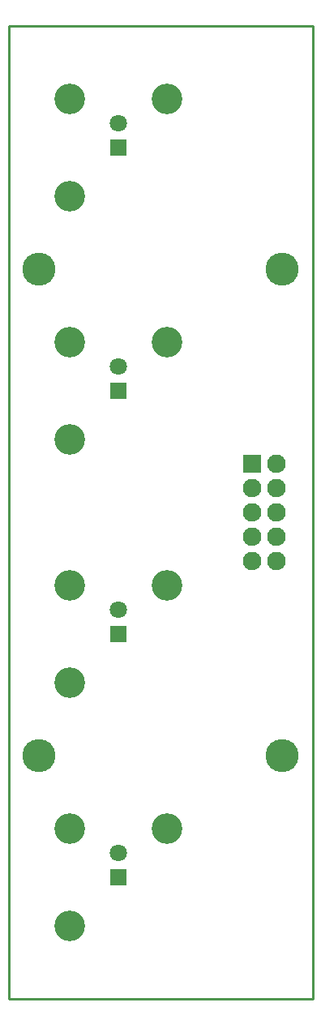
<source format=gts>
G04 (created by PCBNEW-RS274X (20100406 SVN-R2509)-final) date Thu 17 Jun 2010 02:34:41 PM PDT*
G01*
G70*
G90*
%MOIN*%
G04 Gerber Fmt 3.4, Leading zero omitted, Abs format*
%FSLAX34Y34*%
G04 APERTURE LIST*
%ADD10C,0.001000*%
%ADD11C,0.009000*%
%ADD12C,0.126000*%
%ADD13R,0.071000X0.071000*%
%ADD14C,0.071000*%
%ADD15C,0.136000*%
%ADD16R,0.076000X0.076000*%
%ADD17C,0.076000*%
G04 APERTURE END LIST*
G54D10*
G54D11*
X62750Y-22000D02*
X50250Y-22000D01*
X62750Y-62000D02*
X62750Y-22000D01*
X50250Y-62000D02*
X62750Y-62000D01*
X50250Y-22000D02*
X50250Y-62000D01*
G54D12*
X52750Y-55000D03*
X52750Y-59000D03*
G54D13*
X54750Y-57000D03*
G54D14*
X54750Y-56000D03*
G54D12*
X56750Y-55000D03*
X52750Y-45000D03*
X52750Y-49000D03*
G54D13*
X54750Y-47000D03*
G54D14*
X54750Y-46000D03*
G54D12*
X56750Y-45000D03*
X52750Y-35000D03*
X52750Y-39000D03*
G54D13*
X54750Y-37000D03*
G54D14*
X54750Y-36000D03*
G54D12*
X56750Y-35000D03*
X52750Y-25000D03*
X52750Y-29000D03*
G54D13*
X54750Y-27000D03*
G54D14*
X54750Y-26000D03*
G54D12*
X56750Y-25000D03*
G54D15*
X51500Y-32000D03*
X61500Y-32000D03*
X51500Y-52000D03*
X61500Y-52000D03*
G54D16*
X60250Y-40000D03*
G54D17*
X61250Y-40000D03*
X60250Y-41000D03*
X61250Y-41000D03*
X60250Y-42000D03*
X61250Y-42000D03*
X60250Y-43000D03*
X61250Y-43000D03*
X60250Y-44000D03*
X61250Y-44000D03*
M02*

</source>
